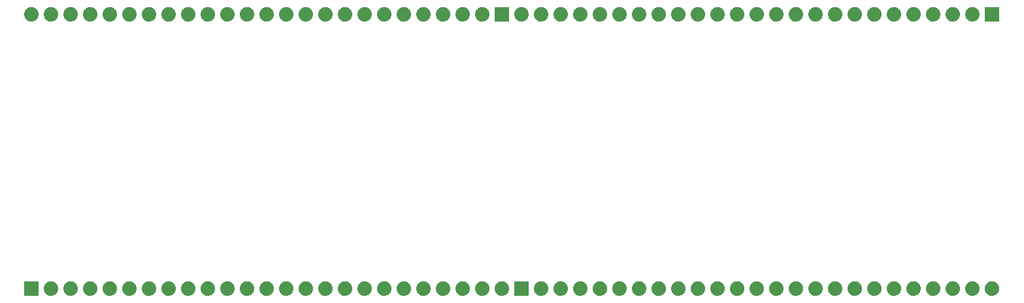
<source format=gbr>
G04 #@! TF.GenerationSoftware,KiCad,Pcbnew,5.0.0-rc2-unknown-da66005~65~ubuntu16.04.1*
G04 #@! TF.CreationDate,2018-05-28T11:28:40+02:00*
G04 #@! TF.ProjectId,AD8113 Breakout LQFP 100,41443831313320427265616B6F757420,rev?*
G04 #@! TF.SameCoordinates,Original*
G04 #@! TF.FileFunction,Copper,L2,Bot,Signal*
G04 #@! TF.FilePolarity,Positive*
%FSLAX46Y46*%
G04 Gerber Fmt 4.6, Leading zero omitted, Abs format (unit mm)*
G04 Created by KiCad (PCBNEW 5.0.0-rc2-unknown-da66005~65~ubuntu16.04.1) date Mon May 28 11:28:40 2018*
%MOMM*%
%LPD*%
G01*
G04 APERTURE LIST*
G04 #@! TA.AperFunction,ComponentPad*
%ADD10R,1.879600X1.879600*%
G04 #@! TD*
G04 #@! TA.AperFunction,ComponentPad*
%ADD11C,1.879600*%
G04 #@! TD*
G04 APERTURE END LIST*
D10*
G04 #@! TO.P,J1,1*
G04 #@! TO.N,/P001*
X167640000Y-116840000D03*
D11*
G04 #@! TO.P,J1,2*
G04 #@! TO.N,/P002*
X170180000Y-116840000D03*
G04 #@! TO.P,J1,3*
G04 #@! TO.N,/P003*
X172720000Y-116840000D03*
G04 #@! TO.P,J1,4*
G04 #@! TO.N,/P004*
X175260000Y-116840000D03*
G04 #@! TO.P,J1,5*
G04 #@! TO.N,/P005*
X177800000Y-116840000D03*
G04 #@! TO.P,J1,6*
G04 #@! TO.N,/P006*
X180340000Y-116840000D03*
G04 #@! TO.P,J1,7*
G04 #@! TO.N,/P007*
X182880000Y-116840000D03*
G04 #@! TO.P,J1,8*
G04 #@! TO.N,/P008*
X185420000Y-116840000D03*
G04 #@! TO.P,J1,9*
G04 #@! TO.N,/P009*
X187960000Y-116840000D03*
G04 #@! TO.P,J1,10*
G04 #@! TO.N,/P010*
X190500000Y-116840000D03*
G04 #@! TO.P,J1,11*
G04 #@! TO.N,/P011*
X193040000Y-116840000D03*
G04 #@! TO.P,J1,12*
G04 #@! TO.N,/P012*
X195580000Y-116840000D03*
G04 #@! TO.P,J1,13*
G04 #@! TO.N,/P013*
X198120000Y-116840000D03*
G04 #@! TO.P,J1,14*
G04 #@! TO.N,/P014*
X200660000Y-116840000D03*
G04 #@! TO.P,J1,15*
G04 #@! TO.N,/P015*
X203200000Y-116840000D03*
G04 #@! TO.P,J1,16*
G04 #@! TO.N,/P016*
X205740000Y-116840000D03*
G04 #@! TO.P,J1,17*
G04 #@! TO.N,/P017*
X208280000Y-116840000D03*
G04 #@! TO.P,J1,18*
G04 #@! TO.N,/P018*
X210820000Y-116840000D03*
G04 #@! TO.P,J1,19*
G04 #@! TO.N,/P019*
X213360000Y-116840000D03*
G04 #@! TO.P,J1,20*
G04 #@! TO.N,/P020*
X215900000Y-116840000D03*
G04 #@! TO.P,J1,21*
G04 #@! TO.N,/P021*
X218440000Y-116840000D03*
G04 #@! TO.P,J1,22*
G04 #@! TO.N,/P022*
X220980000Y-116840000D03*
G04 #@! TO.P,J1,23*
G04 #@! TO.N,/P023*
X223520000Y-116840000D03*
G04 #@! TO.P,J1,24*
G04 #@! TO.N,/P024*
X226060000Y-116840000D03*
G04 #@! TO.P,J1,25*
G04 #@! TO.N,/P025*
X228600000Y-116840000D03*
G04 #@! TD*
G04 #@! TO.P,J2,25*
G04 #@! TO.N,/P050*
X167640000Y-81280000D03*
G04 #@! TO.P,J2,24*
G04 #@! TO.N,/P049*
X170180000Y-81280000D03*
G04 #@! TO.P,J2,23*
G04 #@! TO.N,/P048*
X172720000Y-81280000D03*
G04 #@! TO.P,J2,22*
G04 #@! TO.N,/P047*
X175260000Y-81280000D03*
G04 #@! TO.P,J2,21*
G04 #@! TO.N,/P046*
X177800000Y-81280000D03*
G04 #@! TO.P,J2,20*
G04 #@! TO.N,/P045*
X180340000Y-81280000D03*
G04 #@! TO.P,J2,19*
G04 #@! TO.N,/P044*
X182880000Y-81280000D03*
G04 #@! TO.P,J2,18*
G04 #@! TO.N,/P043*
X185420000Y-81280000D03*
G04 #@! TO.P,J2,17*
G04 #@! TO.N,/P042*
X187960000Y-81280000D03*
G04 #@! TO.P,J2,16*
G04 #@! TO.N,/P041*
X190500000Y-81280000D03*
G04 #@! TO.P,J2,15*
G04 #@! TO.N,/P040*
X193040000Y-81280000D03*
G04 #@! TO.P,J2,14*
G04 #@! TO.N,/P039*
X195580000Y-81280000D03*
G04 #@! TO.P,J2,13*
G04 #@! TO.N,/P038*
X198120000Y-81280000D03*
G04 #@! TO.P,J2,12*
G04 #@! TO.N,/P037*
X200660000Y-81280000D03*
G04 #@! TO.P,J2,11*
G04 #@! TO.N,/P036*
X203200000Y-81280000D03*
G04 #@! TO.P,J2,10*
G04 #@! TO.N,/P035*
X205740000Y-81280000D03*
G04 #@! TO.P,J2,9*
G04 #@! TO.N,/P034*
X208280000Y-81280000D03*
G04 #@! TO.P,J2,8*
G04 #@! TO.N,/P033*
X210820000Y-81280000D03*
G04 #@! TO.P,J2,7*
G04 #@! TO.N,/P032*
X213360000Y-81280000D03*
G04 #@! TO.P,J2,6*
G04 #@! TO.N,/P031*
X215900000Y-81280000D03*
G04 #@! TO.P,J2,5*
G04 #@! TO.N,/P030*
X218440000Y-81280000D03*
G04 #@! TO.P,J2,4*
G04 #@! TO.N,/P029*
X220980000Y-81280000D03*
G04 #@! TO.P,J2,3*
G04 #@! TO.N,/P028*
X223520000Y-81280000D03*
G04 #@! TO.P,J2,2*
G04 #@! TO.N,/P027*
X226060000Y-81280000D03*
D10*
G04 #@! TO.P,J2,1*
G04 #@! TO.N,/P026*
X228600000Y-81280000D03*
G04 #@! TD*
G04 #@! TO.P,J3,1*
G04 #@! TO.N,/P051*
X165100000Y-81280000D03*
D11*
G04 #@! TO.P,J3,2*
G04 #@! TO.N,/P052*
X162560000Y-81280000D03*
G04 #@! TO.P,J3,3*
G04 #@! TO.N,/P053*
X160020000Y-81280000D03*
G04 #@! TO.P,J3,4*
G04 #@! TO.N,/P054*
X157480000Y-81280000D03*
G04 #@! TO.P,J3,5*
G04 #@! TO.N,/P055*
X154940000Y-81280000D03*
G04 #@! TO.P,J3,6*
G04 #@! TO.N,/P056*
X152400000Y-81280000D03*
G04 #@! TO.P,J3,7*
G04 #@! TO.N,/P057*
X149860000Y-81280000D03*
G04 #@! TO.P,J3,8*
G04 #@! TO.N,/P058*
X147320000Y-81280000D03*
G04 #@! TO.P,J3,9*
G04 #@! TO.N,/P059*
X144780000Y-81280000D03*
G04 #@! TO.P,J3,10*
G04 #@! TO.N,/P060*
X142240000Y-81280000D03*
G04 #@! TO.P,J3,11*
G04 #@! TO.N,/P061*
X139700000Y-81280000D03*
G04 #@! TO.P,J3,12*
G04 #@! TO.N,/P062*
X137160000Y-81280000D03*
G04 #@! TO.P,J3,13*
G04 #@! TO.N,/P063*
X134620000Y-81280000D03*
G04 #@! TO.P,J3,14*
G04 #@! TO.N,/P064*
X132080000Y-81280000D03*
G04 #@! TO.P,J3,15*
G04 #@! TO.N,/P065*
X129540000Y-81280000D03*
G04 #@! TO.P,J3,16*
G04 #@! TO.N,/P066*
X127000000Y-81280000D03*
G04 #@! TO.P,J3,17*
G04 #@! TO.N,/P067*
X124460000Y-81280000D03*
G04 #@! TO.P,J3,18*
G04 #@! TO.N,/P068*
X121920000Y-81280000D03*
G04 #@! TO.P,J3,19*
G04 #@! TO.N,/P069*
X119380000Y-81280000D03*
G04 #@! TO.P,J3,20*
G04 #@! TO.N,/P070*
X116840000Y-81280000D03*
G04 #@! TO.P,J3,21*
G04 #@! TO.N,/P071*
X114300000Y-81280000D03*
G04 #@! TO.P,J3,22*
G04 #@! TO.N,/P072*
X111760000Y-81280000D03*
G04 #@! TO.P,J3,23*
G04 #@! TO.N,/P073*
X109220000Y-81280000D03*
G04 #@! TO.P,J3,24*
G04 #@! TO.N,/P074*
X106680000Y-81280000D03*
G04 #@! TO.P,J3,25*
G04 #@! TO.N,/P075*
X104140000Y-81280000D03*
G04 #@! TD*
G04 #@! TO.P,J4,25*
G04 #@! TO.N,/P100*
X165100000Y-116840000D03*
G04 #@! TO.P,J4,24*
G04 #@! TO.N,/P099*
X162560000Y-116840000D03*
G04 #@! TO.P,J4,23*
G04 #@! TO.N,/P098*
X160020000Y-116840000D03*
G04 #@! TO.P,J4,22*
G04 #@! TO.N,/P097*
X157480000Y-116840000D03*
G04 #@! TO.P,J4,21*
G04 #@! TO.N,/P096*
X154940000Y-116840000D03*
G04 #@! TO.P,J4,20*
G04 #@! TO.N,/P095*
X152400000Y-116840000D03*
G04 #@! TO.P,J4,19*
G04 #@! TO.N,/P094*
X149860000Y-116840000D03*
G04 #@! TO.P,J4,18*
G04 #@! TO.N,/P093*
X147320000Y-116840000D03*
G04 #@! TO.P,J4,17*
G04 #@! TO.N,/P092*
X144780000Y-116840000D03*
G04 #@! TO.P,J4,16*
G04 #@! TO.N,/P091*
X142240000Y-116840000D03*
G04 #@! TO.P,J4,15*
G04 #@! TO.N,/P090*
X139700000Y-116840000D03*
G04 #@! TO.P,J4,14*
G04 #@! TO.N,/P089*
X137160000Y-116840000D03*
G04 #@! TO.P,J4,13*
G04 #@! TO.N,/P088*
X134620000Y-116840000D03*
G04 #@! TO.P,J4,12*
G04 #@! TO.N,/P087*
X132080000Y-116840000D03*
G04 #@! TO.P,J4,11*
G04 #@! TO.N,/P086*
X129540000Y-116840000D03*
G04 #@! TO.P,J4,10*
G04 #@! TO.N,/P085*
X127000000Y-116840000D03*
G04 #@! TO.P,J4,9*
G04 #@! TO.N,/P084*
X124460000Y-116840000D03*
G04 #@! TO.P,J4,8*
G04 #@! TO.N,/P083*
X121920000Y-116840000D03*
G04 #@! TO.P,J4,7*
G04 #@! TO.N,/P082*
X119380000Y-116840000D03*
G04 #@! TO.P,J4,6*
G04 #@! TO.N,/P081*
X116840000Y-116840000D03*
G04 #@! TO.P,J4,5*
G04 #@! TO.N,/P080*
X114300000Y-116840000D03*
G04 #@! TO.P,J4,4*
G04 #@! TO.N,/P079*
X111760000Y-116840000D03*
G04 #@! TO.P,J4,3*
G04 #@! TO.N,/P078*
X109220000Y-116840000D03*
G04 #@! TO.P,J4,2*
G04 #@! TO.N,/P077*
X106680000Y-116840000D03*
D10*
G04 #@! TO.P,J4,1*
G04 #@! TO.N,/P076*
X104140000Y-116840000D03*
G04 #@! TD*
M02*

</source>
